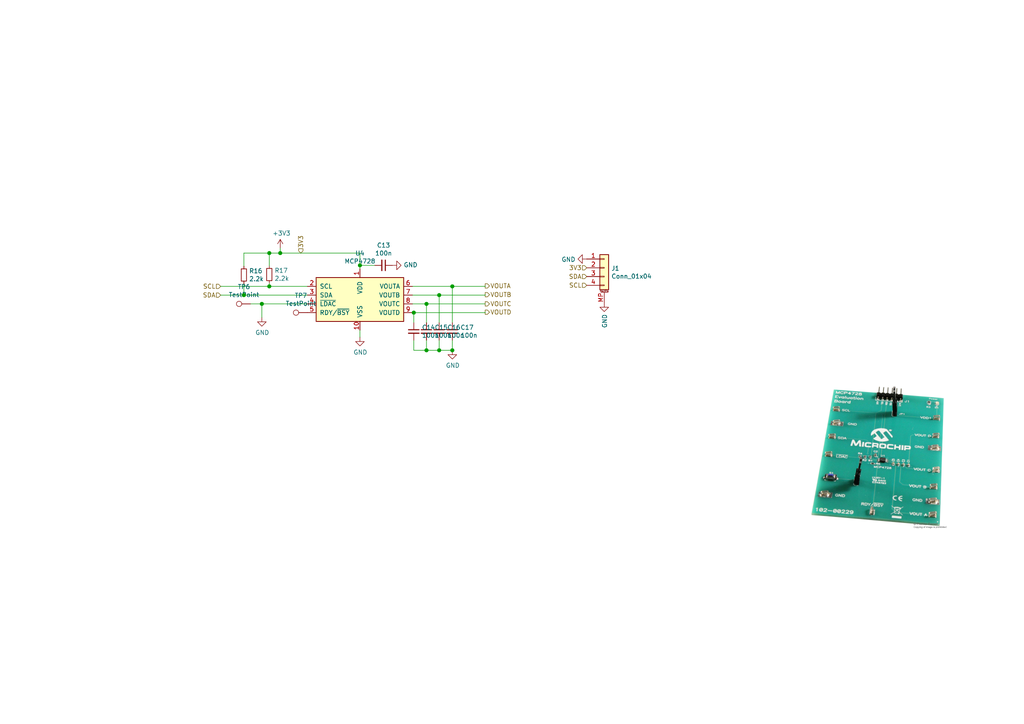
<source format=kicad_sch>
(kicad_sch (version 20201015) (generator eeschema)
  (page 1 6)
  (paper "A4")
  (lib_symbols
    (symbol "Analog_DAC:MCP4728" (pin_names (offset 1.016))
      (property "Reference" "U" (at -12.7 6.35 0))
      (property "Value" "MCP4728" (at 12.7 6.35 0))
      (symbol "MCP4728_0_1"
        (rectangle (start -12.7 5.08) (end 12.7 -7.62) (stroke (width 0.254)) (fill (type background)))
      )
      (symbol "MCP4728_1_1"
        (pin power_in line (at 0 7.62 270) (length 2.54) (name "VDD") (number "1"))
        (pin power_in line (at 0 -10.16 90) (length 2.54) (name "VSS") (number "10"))
        (pin input line (at -15.24 2.54 0) (length 2.54) (name "SCL") (number "2"))
        (pin bidirectional line (at -15.24 0 0) (length 2.54) (name "SDA") (number "3"))
        (pin input line (at -15.24 -2.54 0) (length 2.54) (name "~LDAC") (number "4"))
        (pin output line (at -15.24 -5.08 0) (length 2.54) (name "RDY/~BSY") (number "5"))
        (pin output line (at 15.24 2.54 180) (length 2.54) (name "VOUTA") (number "6"))
        (pin output line (at 15.24 0 180) (length 2.54) (name "VOUTB") (number "7"))
        (pin output line (at 15.24 -2.54 180) (length 2.54) (name "VOUTC") (number "8"))
        (pin output line (at 15.24 -5.08 180) (length 2.54) (name "VOUTD") (number "9"))
      )
    )
    (symbol "Connector:TestPoint" (pin_numbers hide) (pin_names (offset 0.762) hide)
      (property "Reference" "TP" (at 0 6.858 0))
      (property "Value" "TestPoint" (at 0 5.08 0))
      (symbol "TestPoint_0_1"
        (circle (center 0 3.302) (radius 0.762))
      )
      (symbol "TestPoint_1_1"
        (pin passive line (at 0 0 90) (length 2.54) (name "1") (number "1"))
      )
    )
    (symbol "Connector_Generic_MountingPin:Conn_01x04_MountingPin" (pin_names (offset 1.016) hide)
      (property "Reference" "J" (at 0 5.08 0))
      (property "Value" "Conn_01x04_MountingPin" (at 1.27 -7.62 0))
      (symbol "Conn_01x04_MountingPin_1_1"
        (text "Mounting" (at 0 -6.731 0) (effects (font (size 0.381 0.381))))
        (rectangle (start -1.27 -4.953) (end 0 -5.207) (stroke (width 0.1524)))
        (rectangle (start -1.27 -2.413) (end 0 -2.667) (stroke (width 0.1524)))
        (rectangle (start -1.27 2.667) (end 0 2.413) (stroke (width 0.1524)))
        (rectangle (start -1.27 3.81) (end 1.27 -6.35) (stroke (width 0.254)) (fill (type background)))
        (rectangle (start -1.27 0.127) (end 0 -0.127) (stroke (width 0.1524)))
        (polyline (pts (xy -1.016 -7.112) (xy 1.016 -7.112)) (stroke (width 0.1524)))
        (pin passive line (at 0 -10.16 90) (length 3.048) (name "MountPin") (number "MP"))
        (pin passive line (at -5.08 2.54 0) (length 3.81) (name "Pin_1") (number "1"))
        (pin passive line (at -5.08 0 0) (length 3.81) (name "Pin_2") (number "2"))
        (pin passive line (at -5.08 -2.54 0) (length 3.81) (name "Pin_3") (number "3"))
        (pin passive line (at -5.08 -5.08 0) (length 3.81) (name "Pin_4") (number "4"))
      )
    )
    (symbol "Device:C_Small" (pin_numbers hide) (pin_names (offset 0.254) hide)
      (property "Reference" "C" (at 0.254 1.778 0))
      (property "Value" "C_Small" (at 0.254 -2.032 0))
      (symbol "C_Small_0_1"
        (polyline (pts (xy -1.524 -0.508) (xy 1.524 -0.508)) (stroke (width 0.3302)))
        (polyline (pts (xy -1.524 0.508) (xy 1.524 0.508)) (stroke (width 0.3048)))
      )
      (symbol "C_Small_1_1"
        (pin passive line (at 0 2.54 270) (length 2.032) (name "~") (number "1"))
        (pin passive line (at 0 -2.54 90) (length 2.032) (name "~") (number "2"))
      )
    )
    (symbol "Device:R_Small" (pin_numbers hide) (pin_names (offset 0.254) hide)
      (property "Reference" "R" (at 0.762 0.508 0))
      (property "Value" "R_Small" (at 0.762 -1.016 0))
      (symbol "R_Small_0_1"
        (rectangle (start -0.762 1.778) (end 0.762 -1.778) (stroke (width 0.2032)))
      )
      (symbol "R_Small_1_1"
        (pin passive line (at 0 2.54 270) (length 0.762) (name "~") (number "1"))
        (pin passive line (at 0 -2.54 90) (length 0.762) (name "~") (number "2"))
      )
    )
    (symbol "power:+3V3" (power) (pin_names (offset 0))
      (property "Value" "+3V3" (at 0 3.556 0))
      (symbol "+3V3_0_1"
        (polyline (pts (xy -0.762 1.27) (xy 0 2.54)))
        (polyline (pts (xy 0 0) (xy 0 2.54)))
        (polyline (pts (xy 0 2.54) (xy 0.762 1.27)))
      )
      (symbol "+3V3_1_1"
        (pin power_in line (at 0 0 90) (length 0) hide (name "+3V3") (number "1"))
      )
    )
    (symbol "power:GND" (power) (pin_names (offset 0))
      (property "Value" "GND" (at 0 -3.81 0))
      (symbol "GND_0_1"
        (polyline (pts (xy 0 0) (xy 0 -1.27) (xy 1.27 -1.27) (xy 0 -2.54) (xy -1.27 -1.27) (xy 0 -1.27)))
      )
      (symbol "GND_1_1"
        (pin power_in line (at 0 0 270) (length 0) hide (name "GND") (number "1"))
      )
    )
  )
  (junction (at 70.739 85.598) (diameter 1.016))
  (junction (at 75.946 88.138) (diameter 1.016))
  (junction (at 78.105 73.406) (diameter 1.016))
  (junction (at 78.105 83.058) (diameter 1.016))
  (junction (at 81.28 73.406) (diameter 1.016))
  (junction (at 104.394 76.962) (diameter 1.016))
  (junction (at 120.015 90.678) (diameter 1.016))
  (junction (at 123.698 88.138) (diameter 1.016))
  (junction (at 123.698 101.6) (diameter 1.016))
  (junction (at 127.381 85.598) (diameter 1.016))
  (junction (at 127.381 101.6) (diameter 1.016))
  (junction (at 131.191 83.058) (diameter 1.016))
  (junction (at 131.191 101.6) (diameter 1.016))
  (wire (pts (xy 70.739 73.406) (xy 78.105 73.406)))
  (wire (pts (xy 70.739 77.216) (xy 70.739 73.406)))
  (wire (pts (xy 70.739 85.598) (xy 64.008 85.598)))
  (wire (pts (xy 70.739 85.598) (xy 70.739 82.296)))
  (wire (pts (xy 75.946 88.138) (xy 72.644 88.138)))
  (wire (pts (xy 75.946 92.075) (xy 75.946 88.138)))
  (wire (pts (xy 78.105 73.406) (xy 81.28 73.406)))
  (wire (pts (xy 78.105 77.089) (xy 78.105 73.406)))
  (wire (pts (xy 78.105 82.169) (xy 78.105 83.058)))
  (wire (pts (xy 78.105 83.058) (xy 64.008 83.058)))
  (wire (pts (xy 78.105 83.058) (xy 89.154 83.058)))
  (wire (pts (xy 81.28 71.9836) (xy 81.28 73.406)))
  (wire (pts (xy 81.28 73.406) (xy 104.394 73.406)))
  (wire (pts (xy 89.154 85.598) (xy 70.739 85.598)))
  (wire (pts (xy 89.154 88.138) (xy 75.946 88.138)))
  (wire (pts (xy 104.394 73.406) (xy 104.394 76.962)))
  (wire (pts (xy 104.394 76.962) (xy 104.394 77.978)))
  (wire (pts (xy 104.394 97.79) (xy 104.394 95.758)))
  (wire (pts (xy 108.712 76.962) (xy 104.394 76.962)))
  (wire (pts (xy 119.634 83.058) (xy 131.191 83.058)))
  (wire (pts (xy 119.634 85.598) (xy 127.381 85.598)))
  (wire (pts (xy 119.634 88.138) (xy 123.698 88.138)))
  (wire (pts (xy 119.634 90.678) (xy 120.015 90.678)))
  (wire (pts (xy 120.015 90.678) (xy 140.716 90.678)))
  (wire (pts (xy 120.015 93.599) (xy 120.015 90.678)))
  (wire (pts (xy 120.015 98.679) (xy 120.015 101.6)))
  (wire (pts (xy 120.015 101.6) (xy 123.698 101.6)))
  (wire (pts (xy 123.698 88.138) (xy 140.716 88.138)))
  (wire (pts (xy 123.698 93.599) (xy 123.698 88.138)))
  (wire (pts (xy 123.698 101.6) (xy 123.698 98.679)))
  (wire (pts (xy 123.698 101.6) (xy 127.381 101.6)))
  (wire (pts (xy 127.381 85.598) (xy 140.716 85.598)))
  (wire (pts (xy 127.381 93.599) (xy 127.381 85.598)))
  (wire (pts (xy 127.381 101.6) (xy 127.381 98.679)))
  (wire (pts (xy 127.381 101.6) (xy 131.191 101.6)))
  (wire (pts (xy 131.191 83.058) (xy 140.716 83.058)))
  (wire (pts (xy 131.191 93.599) (xy 131.191 83.058)))
  (wire (pts (xy 131.191 101.6) (xy 131.191 98.679)))
  (wire (pts (xy 140.716 83.058) (xy 140.716 82.931)))
  (wire (pts (xy 140.716 85.598) (xy 140.716 85.471)))
  (wire (pts (xy 140.716 90.678) (xy 140.716 90.551)))
  (image (at 254.508 132.334) (scale 0.5))
  (hierarchical_label "SCL" (shape input) (at 64.008 83.058 180))
  (hierarchical_label "SDA" (shape input) (at 64.008 85.598 180))
  (hierarchical_label "3V3" (shape input) (at 87.249 73.406 90))
  (hierarchical_label "VOUTA" (shape output) (at 140.716 82.931 0))
  (hierarchical_label "VOUTB" (shape output) (at 140.716 85.471 0))
  (hierarchical_label "VOUTC" (shape output) (at 140.716 88.138 0))
  (hierarchical_label "VOUTD" (shape output) (at 140.716 90.551 0))
  (hierarchical_label "3V3" (shape input) (at 170.18 77.6732 180))
  (hierarchical_label "SDA" (shape input) (at 170.18 80.2132 180))
  (hierarchical_label "SCL" (shape input) (at 170.18 82.7532 180))
  (symbol (lib_id "Connector:TestPoint") (at 72.644 88.138 90) (unit 1)
    (property "Reference" "TP6" (at 70.7644 83.185 90))
    (property "Value" "TestPoint" (at 70.7644 85.4964 90))
    (property "Footprint" "TestPoint:TestPoint_Pad_D1.0mm" (effects hide))
    (property "DNP" " " (effects hide))
  )
  (symbol (lib_id "Connector:TestPoint") (at 89.154 90.678 90) (unit 1)
    (property "Reference" "TP7" (at 87.2744 85.725 90))
    (property "Value" "TestPoint" (at 87.2744 88.0364 90))
    (property "Footprint" "TestPoint:TestPoint_Pad_D1.0mm" (effects hide))
    (property "DNP" " " (effects hide))
  )
  (symbol (lib_id "power:+3V3") (at 81.28 71.9836 0) (unit 1)
    (property "Reference" "#PWR0102" (effects hide))
    (property "Value" "+3V3" (at 81.6483 67.6592 0))
  )
  (symbol (lib_id "power:GND") (at 75.946 92.075 0) (unit 1)
    (property "Reference" "#PWR0101" (effects hide))
    (property "Value" "GND" (at 76.073 96.4692 0))
  )
  (symbol (lib_id "power:GND") (at 104.394 97.79 0) (unit 1)
    (property "Reference" "#PWR03" (effects hide))
    (property "Value" "GND" (at 104.521 102.1842 0))
  )
  (symbol (lib_id "power:GND") (at 113.792 76.962 90) (unit 1)
    (property "Reference" "#PWR04" (effects hide))
    (property "Value" "GND" (at 117.0432 76.835 90) (effects (justify right)))
  )
  (symbol (lib_id "power:GND") (at 131.191 101.6 0) (unit 1)
    (property "Reference" "#PWR019" (effects hide))
    (property "Value" "GND" (at 131.318 105.9942 0))
  )
  (symbol (lib_id "power:GND") (at 170.18 75.1332 270) (unit 1)
    (property "Reference" "#PWR?" (effects hide))
    (property "Value" "GND" (at 166.9288 75.2602 90) (effects (justify right)))
  )
  (symbol (lib_id "power:GND") (at 175.26 87.8332 0) (unit 1)
    (property "Reference" "#PWR0104" (effects hide))
    (property "Value" "GND" (at 175.387 91.0844 90) (effects (justify right)))
  )
  (symbol (lib_id "Device:R_Small") (at 70.739 79.756 0) (unit 1)
    (property "Reference" "R16" (at 72.2376 78.5876 0) (effects (justify left)))
    (property "Value" "2.2k" (at 72.2376 80.899 0) (effects (justify left)))
    (property "Footprint" "Resistor_SMD:R_0603_1608Metric" (effects hide))
    (property "manf#" "RC0603FR-072K2L" (effects hide))
  )
  (symbol (lib_id "Device:R_Small") (at 78.105 79.629 0) (unit 1)
    (property "Reference" "R17" (at 79.6036 78.4606 0) (effects (justify left)))
    (property "Value" "2.2k" (at 79.6036 80.772 0) (effects (justify left)))
    (property "Footprint" "Resistor_SMD:R_0603_1608Metric" (effects hide))
    (property "manf#" "RC0603FR-072K2L" (effects hide))
  )
  (symbol (lib_id "Device:C_Small") (at 111.252 76.962 270) (unit 1)
    (property "Reference" "C13" (at 111.252 71.1454 90))
    (property "Value" "100n" (at 111.252 73.4568 90))
    (property "Footprint" "Capacitor_SMD:C_0603_1608Metric" (effects hide))
    (property "manf#" "GCM188L81H104KA57D" (effects hide))
  )
  (symbol (lib_id "Device:C_Small") (at 120.015 96.139 0) (unit 1)
    (property "Reference" "C14" (at 122.3518 94.9706 0) (effects (justify left)))
    (property "Value" "100n" (at 122.3518 97.282 0) (effects (justify left)))
    (property "Footprint" "Capacitor_SMD:C_0603_1608Metric" (effects hide))
    (property "manf#" "GCM188L81H104KA57D" (effects hide))
  )
  (symbol (lib_id "Device:C_Small") (at 123.698 96.139 0) (unit 1)
    (property "Reference" "C15" (at 126.0348 94.9706 0) (effects (justify left)))
    (property "Value" "100n" (at 126.0348 97.282 0) (effects (justify left)))
    (property "Footprint" "Capacitor_SMD:C_0603_1608Metric" (effects hide))
    (property "manf#" "GCM188L81H104KA57D" (effects hide))
  )
  (symbol (lib_id "Device:C_Small") (at 127.381 96.139 0) (unit 1)
    (property "Reference" "C16" (at 129.7178 94.9706 0) (effects (justify left)))
    (property "Value" "100n" (at 129.7178 97.282 0) (effects (justify left)))
    (property "Footprint" "Capacitor_SMD:C_0603_1608Metric" (effects hide))
    (property "manf#" "GCM188L81H104KA57D" (effects hide))
  )
  (symbol (lib_id "Device:C_Small") (at 131.191 96.139 0) (unit 1)
    (property "Reference" "C17" (at 133.5278 94.9706 0) (effects (justify left)))
    (property "Value" "100n" (at 133.5278 97.282 0) (effects (justify left)))
    (property "Footprint" "Capacitor_SMD:C_0603_1608Metric" (effects hide))
    (property "manf#" "GCM188L81H104KA57D" (effects hide))
  )
  (symbol (lib_id "Connector_Generic_MountingPin:Conn_01x04_MountingPin") (at 175.26 77.6732 0) (unit 1)
    (property "Reference" "J1" (at 177.2921 77.8446 0) (effects (justify left)))
    (property "Value" "Conn_01x04" (at 177.2921 80.1433 0) (effects (justify left)))
    (property "Footprint" "Connector_JST:JST_SH_SM04B-SRSS-TB_1x04-1MP_P1.00mm_Horizontal" (effects hide))
    (property "manf#" "SM04B-SRSS-TB(LF)(SN)" (effects hide))
  )
  (symbol (lib_id "Analog_DAC:MCP4728") (at 104.394 85.598 0) (unit 1)
    (property "Reference" "U4" (at 104.394 73.4568 0))
    (property "Value" "MCP4728" (at 104.394 75.7682 0))
    (property "Footprint" "Package_SO:MSOP-10_3x3mm_P0.5mm" (effects hide))
    (property "Datasheet" "http://ww1.microchip.com/downloads/en/DeviceDoc/22187E.pdf" (effects hide))
    (property "manf#" "MCP4728-E/UN" (effects hide))
  )
)
</source>
